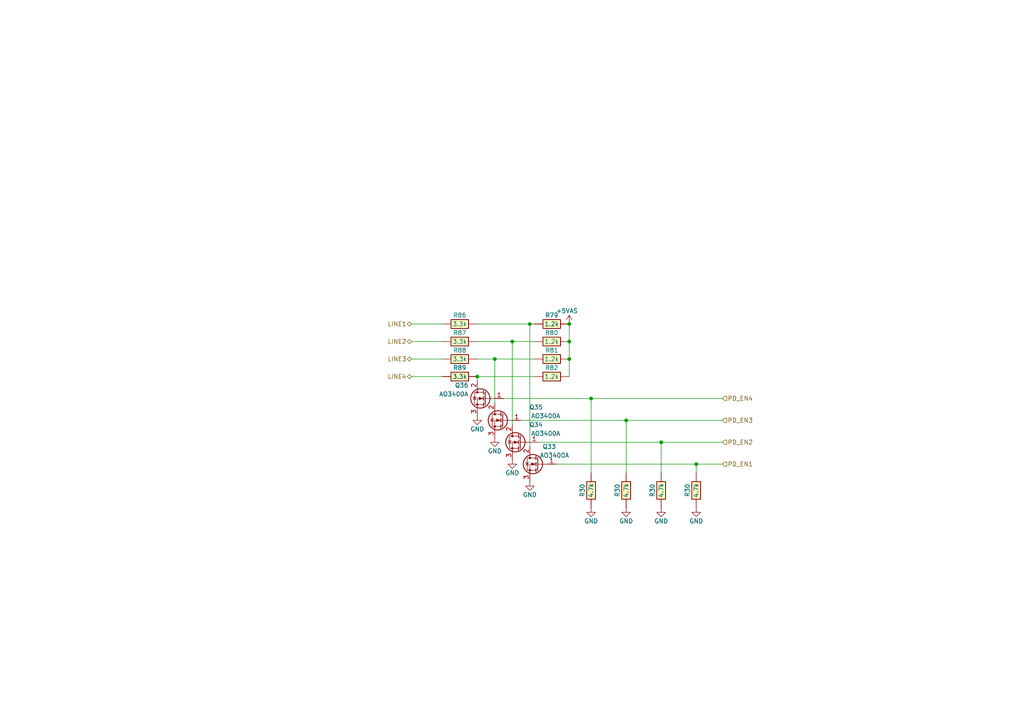
<source format=kicad_sch>
(kicad_sch (version 20230121) (generator eeschema)
  (paper "A4")
  (lib_symbols
    (symbol "alphax:+5VAS" (power) (pin_names (offset 0))
      (property "Value" "+5VAS" (at 2.8912 2.1493 90))
      (symbol "+5VAS_0_1"
        (polyline (pts (xy -0.762 1.27) (xy 0 2.54)))
        (polyline (pts (xy 0 0) (xy 0 2.54)))
        (polyline (pts (xy 0 2.54) (xy 0.762 1.27)))
      )
      (symbol "+5VAS_1_1"
        (pin power_in line (at 0 0 90) (length 0) hide (name "+5VAS") (number "1"))
      )
    )
    (symbol "hellen-one-common:MOSFET-N" (pin_names hide)
      (property "Reference" "Q" (at 5.08 6.35 0))
      (property "Value" "MOSFET-N" (at 2.54 3.81 0))
      (symbol "MOSFET-N_0_1"
        (polyline (pts (xy 0.254 0) (xy -2.54 0)))
        (polyline (pts (xy 0.254 1.905) (xy 0.254 -1.905)) (stroke (width 0.254)))
        (polyline (pts (xy 0.762 -1.27) (xy 0.762 -2.286)) (stroke (width 0.254)))
        (polyline (pts (xy 0.762 0.508) (xy 0.762 -0.508)) (stroke (width 0.254)))
        (polyline (pts (xy 0.762 2.286) (xy 0.762 1.27)) (stroke (width 0.254)))
        (polyline (pts (xy 2.54 2.54) (xy 2.54 1.778)))
        (polyline (pts (xy 2.54 -2.54) (xy 2.54 0) (xy 0.762 0)))
        (polyline (pts (xy 0.762 -1.778) (xy 3.302 -1.778) (xy 3.302 1.778) (xy 0.762 1.778)))
        (polyline (pts (xy 1.016 0) (xy 2.032 0.381) (xy 2.032 -0.381) (xy 1.016 0)) (fill (type outline)))
        (polyline (pts (xy 2.794 0.508) (xy 2.921 0.381) (xy 3.683 0.381) (xy 3.81 0.254)))
        (polyline (pts (xy 3.302 0.381) (xy 2.921 -0.254) (xy 3.683 -0.254) (xy 3.302 0.381)))
        (circle (center 1.651 0) (radius 2.794) (stroke (width 0.254)))
        (circle (center 2.54 -1.778) (radius 0.254) (fill (type outline)))
        (circle (center 2.54 1.778) (radius 0.254) (fill (type outline)))
      )
      (symbol "MOSFET-N_1_1"
        (pin input line (at -5.08 0 0) (length 2.54) (name "G") (number "1"))
        (pin passive line (at 2.54 5.08 270) (length 2.54) (name "D") (number "2"))
        (pin passive line (at 2.54 -5.08 90) (length 2.54) (name "S") (number "3"))
      )
    )
    (symbol "hellen-one-common:Res" (pin_numbers hide)
      (property "Reference" "R" (at 3.81 2.54 0))
      (property "Value" "Res" (at 5.08 -2.54 0))
      (symbol "Res_1_0"
        (rectangle (start 2.54 -1.27) (end 7.62 1.27) (stroke (width 0.254)) (fill (type background)))
        (pin passive line (at 0 0 0) (length 2.54) (name "") (number "1"))
        (pin passive line (at 10.16 0 180) (length 2.54) (name "") (number "2"))
      )
    )
    (symbol "power:GND" (power) (pin_names (offset 0))
      (property "Value" "GND" (at 0 -3.81 0))
      (symbol "GND_0_1"
        (polyline (pts (xy 0 0) (xy 0 -1.27) (xy 1.27 -1.27) (xy 0 -2.54) (xy -1.27 -1.27) (xy 0 -1.27)))
      )
      (symbol "GND_1_1"
        (pin power_in line (at 0 0 270) (length 0) hide (name "GND") (number "1"))
      )
    )
  )
  (junction (at 165.1 104.14))
  (junction (at 153.67 93.98))
  (junction (at 165.1 93.98))
  (junction (at 165.1 99.06))
  (junction (at 171.45 115.57))
  (junction (at 148.59 99.06))
  (junction (at 138.43 109.22))
  (junction (at 201.93 134.62))
  (junction (at 143.51 104.14))
  (junction (at 191.77 128.27))
  (junction (at 181.61 121.92))
  (wire (pts (xy 154.94 109.22) (xy 138.43 109.22)))
  (wire (pts (xy 181.61 121.92) (xy 209.55 121.92)))
  (wire (pts (xy 148.59 99.06) (xy 148.59 123.19)))
  (wire (pts (xy 154.94 93.98) (xy 153.67 93.98)))
  (wire (pts (xy 148.59 99.06) (xy 138.43 99.06)))
  (wire (pts (xy 156.21 128.27) (xy 191.77 128.27)))
  (wire (pts (xy 153.67 93.98) (xy 138.43 93.98)))
  (wire (pts (xy 151.13 121.92) (xy 181.61 121.92)))
  (wire (pts (xy 154.94 104.14) (xy 143.51 104.14)))
  (wire (pts (xy 201.93 134.62) (xy 209.55 134.62)))
  (wire (pts (xy 128.27 109.22) (xy 119.38 109.22)))
  (wire (pts (xy 165.1 93.98) (xy 165.1 99.06)))
  (wire (pts (xy 128.27 99.06) (xy 119.38 99.06)))
  (wire (pts (xy 165.1 99.06) (xy 165.1 104.14)))
  (wire (pts (xy 128.27 93.98) (xy 119.38 93.98)))
  (wire (pts (xy 146.05 115.57) (xy 171.45 115.57)))
  (wire (pts (xy 128.27 104.14) (xy 119.38 104.14)))
  (wire (pts (xy 143.51 104.14) (xy 143.51 116.84)))
  (wire (pts (xy 201.93 134.62) (xy 201.93 137.16)))
  (wire (pts (xy 138.43 109.22) (xy 138.43 110.49)))
  (wire (pts (xy 161.29 134.62) (xy 201.93 134.62)))
  (wire (pts (xy 181.61 121.92) (xy 181.61 137.16)))
  (wire (pts (xy 154.94 99.06) (xy 148.59 99.06)))
  (wire (pts (xy 143.51 104.14) (xy 138.43 104.14)))
  (wire (pts (xy 171.45 137.16) (xy 171.45 115.57)))
  (wire (pts (xy 153.67 93.98) (xy 153.67 129.54)))
  (wire (pts (xy 191.77 128.27) (xy 191.77 137.16)))
  (wire (pts (xy 171.45 115.57) (xy 209.55 115.57)))
  (wire (pts (xy 191.77 128.27) (xy 209.55 128.27)))
  (wire (pts (xy 165.1 104.14) (xy 165.1 109.22)))
  (hierarchical_label "PD_EN2" (shape input) (at 209.55 128.27 0))
  (hierarchical_label "PD_EN1" (shape input) (at 209.55 134.62 0))
  (hierarchical_label "PD_EN4" (shape input) (at 209.55 115.57 0))
  (hierarchical_label "LINE4" (shape bidirectional) (at 119.38 109.22 180))
  (hierarchical_label "LINE1" (shape bidirectional) (at 119.38 93.98 180))
  (hierarchical_label "PD_EN3" (shape input) (at 209.55 121.92 0))
  (hierarchical_label "LINE2" (shape bidirectional) (at 119.38 99.06 180))
  (hierarchical_label "LINE3" (shape bidirectional) (at 119.38 104.14 180))
  (symbol (lib_id "hellen-one-common:Res") (at 154.94 93.98 0) (mirror x) (unit 1)
    (property "Reference" "R79" (at 160.02 91.44 0))
    (property "Value" "1.2k" (at 160.02 93.98 0))
    (property "Footprint" "hellen-one-common:R0603" (effects hide))
    (property "LCSC" "C22765" (effects hide))
    (instances (project "alphax_4ch" (path "" (reference "R79") (unit 1)) (path "" (reference "R28") (unit 1))))
  )
  (symbol (lib_id "power:GND") (at 143.51 127 0) (mirror y) (unit 1)
    (property "Reference" "#PWR0134" (effects hide))
    (property "Value" "GND" (at 143.51 130.81 0))
    (instances (project "alphax_4ch" (path "" (reference "#PWR0134") (unit 1)) (path "" (reference "#PWR0209") (unit 1))))
  )
  (symbol (lib_id "hellen-one-common:Res") (at 171.45 137.16 270) (unit 1)
    (property "Reference" "R30" (at 168.91 142.24 0))
    (property "Value" "4.7k" (at 171.45 142.24 0))
    (property "Footprint" "hellen-one-common:R0603" (effects hide))
    (property "LCSC" "C23162" (effects hide))
    (instances (project "alphax_4ch" (path "" (reference "R30") (unit 1)) (path "" (reference "R101") (unit 1)) (path "" (reference "R105") (unit 1)) (path "" (reference "R109") (unit 1)) (path "" (reference "R27") (unit 1))))
  )
  (symbol (lib_id "hellen-one-common:MOSFET-N") (at 151.13 128.27 0) (mirror y) (unit 1)
    (property "Reference" "Q34" (at 157.48 123.19 0) (effects (justify left)))
    (property "Value" "AO3400A" (at 162.56 125.73 0) (effects (justify left)))
    (property "Footprint" "hellen-one-common:SOT-23" (effects hide))
    (property "LCSC" " C20917" (effects hide))
    (instances (project "alphax_4ch" (path "" (reference "Q34") (unit 1)) (path "" (reference "Q9") (unit 1))))
  )
  (symbol (lib_id "hellen-one-common:Res") (at 128.27 93.98 0) (mirror x) (unit 1)
    (property "Reference" "R86" (at 133.35 91.44 0))
    (property "Value" "3.3k" (at 133.35 93.98 0))
    (property "Footprint" "hellen-one-common:R0603" (effects hide))
    (property "LCSC" "C22978" (effects hide))
    (instances (project "alphax_4ch" (path "" (reference "R86") (unit 1)) (path "" (reference "R81") (unit 1))))
  )
  (symbol (lib_id "hellen-one-common:MOSFET-N") (at 156.21 134.62 0) (mirror y) (unit 1)
    (property "Reference" "Q33" (at 161.29 129.54 0) (effects (justify left)))
    (property "Value" "AO3400A" (at 165.1 132.08 0) (effects (justify left)))
    (property "Footprint" "hellen-one-common:SOT-23" (effects hide))
    (property "LCSC" " C20917" (effects hide))
    (instances (project "alphax_4ch" (path "" (reference "Q33") (unit 1)) (path "" (reference "Q8") (unit 1))))
  )
  (symbol (lib_id "hellen-one-common:MOSFET-N") (at 140.97 115.57 0) (mirror y) (unit 1)
    (property "Reference" "Q36" (at 135.89 111.76 0) (effects (justify left)))
    (property "Value" "AO3400A" (at 135.89 114.3 0) (effects (justify left)))
    (property "Footprint" "hellen-one-common:SOT-23" (effects hide))
    (property "LCSC" " C20917" (effects hide))
    (instances (project "alphax_4ch" (path "" (reference "Q36") (unit 1)) (path "" (reference "Q23") (unit 1))))
  )
  (symbol (lib_id "hellen-one-common:Res") (at 154.94 99.06 0) (mirror x) (unit 1)
    (property "Reference" "R80" (at 160.02 96.52 0))
    (property "Value" "1.2k" (at 160.02 99.06 0))
    (property "Footprint" "hellen-one-common:R0603" (effects hide))
    (property "LCSC" "C22765" (effects hide))
    (instances (project "alphax_4ch" (path "" (reference "R80") (unit 1)) (path "" (reference "R78") (unit 1))))
  )
  (symbol (lib_id "hellen-one-common:Res") (at 201.93 137.16 270) (unit 1)
    (property "Reference" "R30" (at 199.39 142.24 0))
    (property "Value" "4.7k" (at 201.93 142.24 0))
    (property "Footprint" "hellen-one-common:R0603" (effects hide))
    (property "LCSC" "C23162" (effects hide))
    (instances (project "alphax_4ch" (path "" (reference "R30") (unit 1)) (path "" (reference "R101") (unit 1)) (path "" (reference "R105") (unit 1)) (path "" (reference "R109") (unit 1)) (path "" (reference "R88") (unit 1))))
  )
  (symbol (lib_id "power:GND") (at 138.43 120.65 0) (mirror y) (unit 1)
    (property "Reference" "#PWR0138" (effects hide))
    (property "Value" "GND" (at 138.43 124.46 0))
    (instances (project "alphax_4ch" (path "" (reference "#PWR0138") (unit 1)) (path "" (reference "#PWR0210") (unit 1))))
  )
  (symbol (lib_id "power:GND") (at 148.59 133.35 0) (mirror y) (unit 1)
    (property "Reference" "#PWR0137" (effects hide))
    (property "Value" "GND" (at 148.59 137.16 0))
    (instances (project "alphax_4ch" (path "" (reference "#PWR0137") (unit 1)) (path "" (reference "#PWR0207") (unit 1))))
  )
  (symbol (lib_id "power:GND") (at 153.67 139.7 0) (mirror y) (unit 1)
    (property "Reference" "#PWR0136" (effects hide))
    (property "Value" "GND" (at 153.67 143.51 0))
    (instances (project "alphax_4ch" (path "" (reference "#PWR0136") (unit 1)) (path "" (reference "#PWR0208") (unit 1))))
  )
  (symbol (lib_id "hellen-one-common:Res") (at 154.94 104.14 0) (mirror x) (unit 1)
    (property "Reference" "R81" (at 160.02 101.6 0))
    (property "Value" "1.2k" (at 160.02 104.14 0))
    (property "Footprint" "hellen-one-common:R0603" (effects hide))
    (property "LCSC" "C22765" (effects hide))
    (instances (project "alphax_4ch" (path "" (reference "R81") (unit 1)) (path "" (reference "R79") (unit 1))))
  )
  (symbol (lib_id "power:GND") (at 201.93 147.32 0) (mirror y) (unit 1)
    (property "Reference" "#PWR035" (effects hide))
    (property "Value" "GND" (at 201.93 151.13 0))
    (instances (project "alphax_4ch" (path "" (reference "#PWR035") (unit 1)) (path "" (reference "#PWR071") (unit 1)) (path "" (reference "#PWR0143") (unit 1)) (path "" (reference "#PWR0205") (unit 1)) (path "" (reference "#PWR0205") (unit 1))))
  )
  (symbol (lib_id "hellen-one-common:Res") (at 154.94 109.22 0) (mirror x) (unit 1)
    (property "Reference" "R82" (at 160.02 106.68 0))
    (property "Value" "1.2k" (at 160.02 109.22 0))
    (property "Footprint" "hellen-one-common:R0603" (effects hide))
    (property "LCSC" "C22765" (effects hide))
    (instances (project "alphax_4ch" (path "" (reference "R82") (unit 1)) (path "" (reference "R80") (unit 1))))
  )
  (symbol (lib_id "alphax:+5VAS") (at 165.1 93.98 0) (mirror y) (unit 1)
    (property "Reference" "#PWR0132" (effects hide))
    (property "Value" "+5VAS" (at 167.64 90.17 0) (effects (justify left)))
    (instances (project "alphax_4ch" (path "" (reference "#PWR0132") (unit 1)) (path "" (reference "#PWR045") (unit 1))))
  )
  (symbol (lib_id "hellen-one-common:Res") (at 128.27 104.14 0) (mirror x) (unit 1)
    (property "Reference" "R88" (at 133.35 101.6 0))
    (property "Value" "3.3k" (at 133.35 104.14 0))
    (property "Footprint" "hellen-one-common:R0603" (effects hide))
    (property "LCSC" "C22978" (effects hide))
    (instances (project "alphax_4ch" (path "" (reference "R88") (unit 1)) (path "" (reference "R83") (unit 1))))
  )
  (symbol (lib_id "hellen-one-common:Res") (at 128.27 99.06 0) (mirror x) (unit 1)
    (property "Reference" "R87" (at 133.35 96.52 0))
    (property "Value" "3.3k" (at 133.35 99.06 0))
    (property "Footprint" "hellen-one-common:R0603" (effects hide))
    (property "LCSC" "C22978" (effects hide))
    (instances (project "alphax_4ch" (path "" (reference "R87") (unit 1)) (path "" (reference "R82") (unit 1))))
  )
  (symbol (lib_id "hellen-one-common:Res") (at 191.77 137.16 270) (unit 1)
    (property "Reference" "R30" (at 189.23 142.24 0))
    (property "Value" "4.7k" (at 191.77 142.24 0))
    (property "Footprint" "hellen-one-common:R0603" (effects hide))
    (property "LCSC" "C23162" (effects hide))
    (instances (project "alphax_4ch" (path "" (reference "R30") (unit 1)) (path "" (reference "R101") (unit 1)) (path "" (reference "R105") (unit 1)) (path "" (reference "R109") (unit 1)) (path "" (reference "R87") (unit 1))))
  )
  (symbol (lib_id "hellen-one-common:Res") (at 181.61 137.16 270) (unit 1)
    (property "Reference" "R30" (at 179.07 142.24 0))
    (property "Value" "4.7k" (at 181.61 142.24 0))
    (property "Footprint" "hellen-one-common:R0603" (effects hide))
    (property "LCSC" "C23162" (effects hide))
    (instances (project "alphax_4ch" (path "" (reference "R30") (unit 1)) (path "" (reference "R101") (unit 1)) (path "" (reference "R105") (unit 1)) (path "" (reference "R109") (unit 1)) (path "" (reference "R86") (unit 1))))
  )
  (symbol (lib_id "power:GND") (at 191.77 147.32 0) (mirror y) (unit 1)
    (property "Reference" "#PWR035" (effects hide))
    (property "Value" "GND" (at 191.77 151.13 0))
    (instances (project "alphax_4ch" (path "" (reference "#PWR035") (unit 1)) (path "" (reference "#PWR071") (unit 1)) (path "" (reference "#PWR0143") (unit 1)) (path "" (reference "#PWR0205") (unit 1)) (path "" (reference "#PWR0206") (unit 1))))
  )
  (symbol (lib_id "hellen-one-common:MOSFET-N") (at 146.05 121.92 0) (mirror y) (unit 1)
    (property "Reference" "Q35" (at 157.48 118.11 0) (effects (justify left)))
    (property "Value" "AO3400A" (at 162.56 120.65 0) (effects (justify left)))
    (property "Footprint" "hellen-one-common:SOT-23" (effects hide))
    (property "LCSC" " C20917" (effects hide))
    (instances (project "alphax_4ch" (path "" (reference "Q35") (unit 1)) (path "" (reference "Q22") (unit 1))))
  )
  (symbol (lib_id "power:GND") (at 171.45 147.32 0) (mirror y) (unit 1)
    (property "Reference" "#PWR035" (effects hide))
    (property "Value" "GND" (at 171.45 151.13 0))
    (instances (project "alphax_4ch" (path "" (reference "#PWR035") (unit 1)) (path "" (reference "#PWR071") (unit 1)) (path "" (reference "#PWR0143") (unit 1)) (path "" (reference "#PWR0205") (unit 1)) (path "" (reference "#PWR0203") (unit 1))))
  )
  (symbol (lib_id "hellen-one-common:Res") (at 128.27 109.22 0) (mirror x) (unit 1)
    (property "Reference" "R89" (at 133.35 106.68 0))
    (property "Value" "3.3k" (at 133.35 109.22 0))
    (property "Footprint" "hellen-one-common:R0603" (effects hide))
    (property "LCSC" "C22978" (effects hide))
    (instances (project "alphax_4ch" (path "" (reference "R89") (unit 1)) (path "" (reference "R84") (unit 1))))
  )
  (symbol (lib_id "power:GND") (at 181.61 147.32 0) (mirror y) (unit 1)
    (property "Reference" "#PWR035" (effects hide))
    (property "Value" "GND" (at 181.61 151.13 0))
    (instances (project "alphax_4ch" (path "" (reference "#PWR035") (unit 1)) (path "" (reference "#PWR071") (unit 1)) (path "" (reference "#PWR0143") (unit 1)) (path "" (reference "#PWR0205") (unit 1)) (path "" (reference "#PWR0204") (unit 1))))
  )
)
</source>
